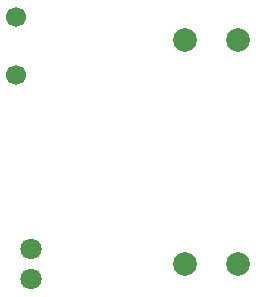
<source format=gbr>
G04 #@! TF.FileFunction,Copper,L2,Bot,Signal*
%FSLAX46Y46*%
G04 Gerber Fmt 4.6, Leading zero omitted, Abs format (unit mm)*
G04 Created by KiCad (PCBNEW 4.0.6-e0-6349~53~ubuntu16.04.1) date Thu Jul 20 21:21:51 2017*
%MOMM*%
%LPD*%
G01*
G04 APERTURE LIST*
%ADD10C,0.150000*%
%ADD11C,1.998980*%
%ADD12C,1.700000*%
%ADD13C,1.800000*%
G04 APERTURE END LIST*
D10*
D11*
X45999240Y-27000000D03*
X50500120Y-27000000D03*
D12*
X31700000Y-30000000D03*
X31700000Y-25100000D03*
D13*
X33000000Y-44740160D03*
X33000000Y-47280160D03*
D11*
X45999240Y-46000000D03*
X50500120Y-46000000D03*
M02*

</source>
